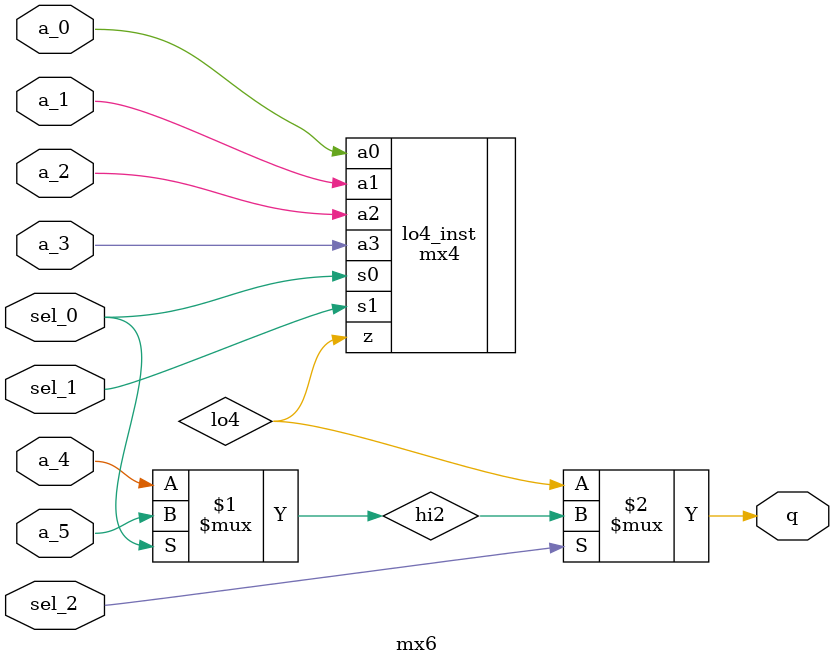
<source format=v>
/* verilator lint_off LITENDIAN */
`include "defs.v"

module mx6
(
	output q,
	input a_0,
	input a_1,
	input a_2,
	input a_3,
	input a_4,
	input a_5,
	input sel_0,
	input sel_1,
	input sel_2
);
wire lo4;
wire hi2;

// DUPLO.NET (436) - lo4 : mx4
mx4 lo4_inst
(
	.z /* OUT */ (lo4),
	.a0 /* IN */ (a_0),
	.a1 /* IN */ (a_1),
	.a2 /* IN */ (a_2),
	.a3 /* IN */ (a_3),
	.s0 /* IN */ (sel_0),
	.s1 /* IN */ (sel_1)
);

// DUPLO.NET (437) - hi2 : mx2
assign hi2 = (sel_0) ? a_5 : a_4;

// DUPLO.NET (438) - q : mx2
assign q = (sel_2) ? hi2 : lo4;
endmodule
/* verilator lint_on LITENDIAN */

</source>
